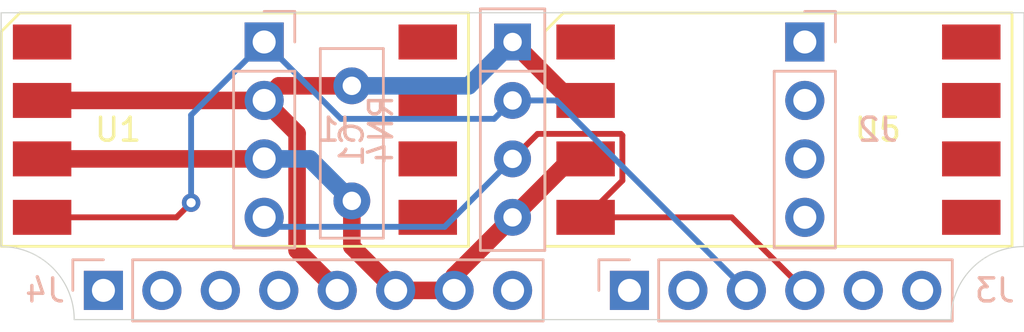
<source format=kicad_pcb>
(kicad_pcb (version 20171130) (host pcbnew "(5.1.9)-1")

  (general
    (thickness 1.6)
    (drawings 7)
    (tracks 43)
    (zones 0)
    (modules 8)
    (nets 5)
  )

  (page A4)
  (layers
    (0 F.Cu signal)
    (31 B.Cu signal)
    (32 B.Adhes user hide)
    (33 F.Adhes user hide)
    (34 B.Paste user)
    (35 F.Paste user)
    (36 B.SilkS user hide)
    (37 F.SilkS user)
    (38 B.Mask user)
    (39 F.Mask user)
    (40 Dwgs.User user hide)
    (41 Cmts.User user hide)
    (42 Eco1.User user hide)
    (43 Eco2.User user hide)
    (44 Edge.Cuts user)
    (45 Margin user hide)
    (46 B.CrtYd user)
    (47 F.CrtYd user)
    (48 B.Fab user hide)
    (49 F.Fab user hide)
  )

  (setup
    (last_trace_width 0.254)
    (user_trace_width 0.254)
    (user_trace_width 0.762)
    (trace_clearance 0.2)
    (zone_clearance 0.508)
    (zone_45_only no)
    (trace_min 0.2)
    (via_size 0.8)
    (via_drill 0.4)
    (via_min_size 0.4)
    (via_min_drill 0.3)
    (uvia_size 0.3)
    (uvia_drill 0.1)
    (uvias_allowed no)
    (uvia_min_size 0.2)
    (uvia_min_drill 0.1)
    (edge_width 0.05)
    (segment_width 0.2)
    (pcb_text_width 0.3)
    (pcb_text_size 1.5 1.5)
    (mod_edge_width 0.12)
    (mod_text_size 1 1)
    (mod_text_width 0.15)
    (pad_size 1.524 1.524)
    (pad_drill 0.762)
    (pad_to_mask_clearance 0)
    (aux_axis_origin 0 0)
    (visible_elements 7FFFFFFF)
    (pcbplotparams
      (layerselection 0x010ec_ffffffff)
      (usegerberextensions false)
      (usegerberattributes true)
      (usegerberadvancedattributes true)
      (creategerberjobfile true)
      (excludeedgelayer true)
      (linewidth 0.100000)
      (plotframeref false)
      (viasonmask false)
      (mode 1)
      (useauxorigin false)
      (hpglpennumber 1)
      (hpglpenspeed 20)
      (hpglpendiameter 15.000000)
      (psnegative false)
      (psa4output false)
      (plotreference true)
      (plotvalue true)
      (plotinvisibletext false)
      (padsonsilk false)
      (subtractmaskfromsilk false)
      (outputformat 1)
      (mirror false)
      (drillshape 0)
      (scaleselection 1)
      (outputdirectory ""))
  )

  (net 0 "")
  (net 1 "Net-(C1-Pad2)")
  (net 2 "Net-(C1-Pad1)")
  (net 3 "Net-(J1-Pad4)")
  (net 4 "Net-(J1-Pad1)")

  (net_class Default "This is the default net class."
    (clearance 0.2)
    (trace_width 0.25)
    (via_dia 0.8)
    (via_drill 0.4)
    (uvia_dia 0.3)
    (uvia_drill 0.1)
    (add_net "Net-(C1-Pad1)")
    (add_net "Net-(C1-Pad2)")
    (add_net "Net-(J1-Pad1)")
    (add_net "Net-(J1-Pad4)")
  )

  (module Resistor_THT:R_Array_SIP4 (layer B.Cu) (tedit 5A14249F) (tstamp 605D2A57)
    (at 114.935 59.055 270)
    (descr "4-pin Resistor SIP pack")
    (tags R)
    (path /6068061E)
    (fp_text reference RN4 (at 3.81 5.715 270) (layer B.SilkS)
      (effects (font (size 1 1) (thickness 0.15)) (justify mirror))
    )
    (fp_text value "100K DIVIDER" (at 5.08 -2.4 270) (layer B.Fab)
      (effects (font (size 1 1) (thickness 0.15)) (justify mirror))
    )
    (fp_line (start 9.35 1.65) (end -1.7 1.65) (layer B.CrtYd) (width 0.05))
    (fp_line (start 9.35 -1.65) (end 9.35 1.65) (layer B.CrtYd) (width 0.05))
    (fp_line (start -1.7 -1.65) (end 9.35 -1.65) (layer B.CrtYd) (width 0.05))
    (fp_line (start -1.7 1.65) (end -1.7 -1.65) (layer B.CrtYd) (width 0.05))
    (fp_line (start 1.27 1.4) (end 1.27 -1.4) (layer B.SilkS) (width 0.12))
    (fp_line (start 9.06 1.4) (end -1.44 1.4) (layer B.SilkS) (width 0.12))
    (fp_line (start 9.06 -1.4) (end 9.06 1.4) (layer B.SilkS) (width 0.12))
    (fp_line (start -1.44 -1.4) (end 9.06 -1.4) (layer B.SilkS) (width 0.12))
    (fp_line (start -1.44 1.4) (end -1.44 -1.4) (layer B.SilkS) (width 0.12))
    (fp_line (start 1.27 1.25) (end 1.27 -1.25) (layer B.Fab) (width 0.1))
    (fp_line (start 8.91 1.25) (end -1.29 1.25) (layer B.Fab) (width 0.1))
    (fp_line (start 8.91 -1.25) (end 8.91 1.25) (layer B.Fab) (width 0.1))
    (fp_line (start -1.29 -1.25) (end 8.91 -1.25) (layer B.Fab) (width 0.1))
    (fp_line (start -1.29 1.25) (end -1.29 -1.25) (layer B.Fab) (width 0.1))
    (fp_text user %R (at 3.81 0 270) (layer B.Fab)
      (effects (font (size 1 1) (thickness 0.15)) (justify mirror))
    )
    (pad 4 thru_hole oval (at 7.62 0 270) (size 1.6 1.6) (drill 0.8) (layers *.Cu *.Mask)
      (net 1 "Net-(C1-Pad2)"))
    (pad 3 thru_hole oval (at 5.08 0 270) (size 1.6 1.6) (drill 0.8) (layers *.Cu *.Mask)
      (net 3 "Net-(J1-Pad4)"))
    (pad 2 thru_hole oval (at 2.54 0 270) (size 1.6 1.6) (drill 0.8) (layers *.Cu *.Mask)
      (net 4 "Net-(J1-Pad1)"))
    (pad 1 thru_hole rect (at 0 0 270) (size 1.6 1.6) (drill 0.8) (layers *.Cu *.Mask)
      (net 2 "Net-(C1-Pad1)"))
    (model ${KISYS3DMOD}/Resistor_THT.3dshapes/R_Array_SIP4.wrl
      (at (xyz 0 0 0))
      (scale (xyz 1 1 1))
      (rotate (xyz 0 0 0))
    )
  )

  (module "IML parts:MPXV7007" (layer F.Cu) (tedit 5EBF4E2A) (tstamp 605D21C8)
    (at 126.49 62.865 270)
    (path /6065518A)
    (attr smd)
    (fp_text reference U5 (at 0 -4.32) (layer F.SilkS)
      (effects (font (size 1 1) (thickness 0.15)))
    )
    (fp_text value "WINCH PRESSURE SENSOR" (at 0 0 90) (layer F.Fab)
      (effects (font (size 1 1) (thickness 0.15)))
    )
    (fp_line (start -4.82 9.9) (end -4.82 -9.9) (layer F.CrtYd) (width 0.05))
    (fp_line (start 4.82 9.9) (end -4.82 9.9) (layer F.CrtYd) (width 0.05))
    (fp_line (start 4.82 -9.9) (end 4.82 9.9) (layer F.CrtYd) (width 0.05))
    (fp_line (start -4.82 -9.9) (end 4.82 -9.9) (layer F.CrtYd) (width 0.05))
    (fp_line (start 5.07 10.15) (end -4.27 10.15) (layer F.SilkS) (width 0.12))
    (fp_line (start 5.07 -10.15) (end 5.07 10.15) (layer F.SilkS) (width 0.12))
    (fp_line (start -5.07 -10.15) (end 5.07 -10.15) (layer F.SilkS) (width 0.12))
    (fp_line (start -5.07 9.35) (end -5.07 -10.15) (layer F.SilkS) (width 0.12))
    (fp_line (start -4.27 10.15) (end -5.07 9.35) (layer F.SilkS) (width 0.12))
    (pad 4 smd rect (at 3.81 8.38 270) (size 1.52 2.54) (layers F.Cu F.Paste F.Mask)
      (net 3 "Net-(J1-Pad4)"))
    (pad 5 smd rect (at 3.81 -8.38 270) (size 1.52 2.54) (layers F.Cu F.Paste F.Mask))
    (pad 3 smd rect (at 1.27 8.38 270) (size 1.52 2.54) (layers F.Cu F.Paste F.Mask)
      (net 1 "Net-(C1-Pad2)"))
    (pad 6 smd rect (at 1.27 -8.38 270) (size 1.52 2.54) (layers F.Cu F.Paste F.Mask))
    (pad 2 smd rect (at -1.27 8.38 270) (size 1.52 2.54) (layers F.Cu F.Paste F.Mask)
      (net 2 "Net-(C1-Pad1)"))
    (pad 7 smd rect (at -1.27 -8.38 270) (size 1.52 2.54) (layers F.Cu F.Paste F.Mask))
    (pad 1 smd rect (at -3.81 8.38 270) (size 1.52 2.54) (layers F.Cu F.Paste F.Mask))
    (pad 8 smd rect (at -3.81 -8.38 270) (size 1.52 2.54) (layers F.Cu F.Paste F.Mask))
  )

  (module "IML parts:MPXV7007" (layer F.Cu) (tedit 5EBF4E2A) (tstamp 605D21B3)
    (at 102.87 62.865 270)
    (path /6065426E)
    (attr smd)
    (fp_text reference U1 (at 0 5.08) (layer F.SilkS)
      (effects (font (size 1 1) (thickness 0.15)))
    )
    (fp_text value "HELM PRESSURE SENSOR" (at 0 0 90) (layer F.Fab)
      (effects (font (size 1 1) (thickness 0.15)))
    )
    (fp_line (start -4.82 9.9) (end -4.82 -9.9) (layer F.CrtYd) (width 0.05))
    (fp_line (start 4.82 9.9) (end -4.82 9.9) (layer F.CrtYd) (width 0.05))
    (fp_line (start 4.82 -9.9) (end 4.82 9.9) (layer F.CrtYd) (width 0.05))
    (fp_line (start -4.82 -9.9) (end 4.82 -9.9) (layer F.CrtYd) (width 0.05))
    (fp_line (start 5.07 10.15) (end -4.27 10.15) (layer F.SilkS) (width 0.12))
    (fp_line (start 5.07 -10.15) (end 5.07 10.15) (layer F.SilkS) (width 0.12))
    (fp_line (start -5.07 -10.15) (end 5.07 -10.15) (layer F.SilkS) (width 0.12))
    (fp_line (start -5.07 9.35) (end -5.07 -10.15) (layer F.SilkS) (width 0.12))
    (fp_line (start -4.27 10.15) (end -5.07 9.35) (layer F.SilkS) (width 0.12))
    (pad 4 smd rect (at 3.81 8.38 270) (size 1.52 2.54) (layers F.Cu F.Paste F.Mask)
      (net 4 "Net-(J1-Pad1)"))
    (pad 5 smd rect (at 3.81 -8.38 270) (size 1.52 2.54) (layers F.Cu F.Paste F.Mask))
    (pad 3 smd rect (at 1.27 8.38 270) (size 1.52 2.54) (layers F.Cu F.Paste F.Mask)
      (net 1 "Net-(C1-Pad2)"))
    (pad 6 smd rect (at 1.27 -8.38 270) (size 1.52 2.54) (layers F.Cu F.Paste F.Mask))
    (pad 2 smd rect (at -1.27 8.38 270) (size 1.52 2.54) (layers F.Cu F.Paste F.Mask)
      (net 2 "Net-(C1-Pad1)"))
    (pad 7 smd rect (at -1.27 -8.38 270) (size 1.52 2.54) (layers F.Cu F.Paste F.Mask))
    (pad 1 smd rect (at -3.81 8.38 270) (size 1.52 2.54) (layers F.Cu F.Paste F.Mask))
    (pad 8 smd rect (at -3.81 -8.38 270) (size 1.52 2.54) (layers F.Cu F.Paste F.Mask))
  )

  (module Connector_PinHeader_2.54mm:PinHeader_1x08_P2.54mm_Vertical (layer B.Cu) (tedit 59FED5CC) (tstamp 605D2185)
    (at 97.155 69.85 270)
    (descr "Through hole straight pin header, 1x08, 2.54mm pitch, single row")
    (tags "Through hole pin header THT 1x08 2.54mm single row")
    (path /60658885)
    (fp_text reference J4 (at 0 2.54 180) (layer B.SilkS)
      (effects (font (size 1 1) (thickness 0.15)) (justify mirror))
    )
    (fp_text value "ARDUINO POWER" (at 0 -20.11 270) (layer B.Fab)
      (effects (font (size 1 1) (thickness 0.15)) (justify mirror))
    )
    (fp_line (start 1.8 1.8) (end -1.8 1.8) (layer B.CrtYd) (width 0.05))
    (fp_line (start 1.8 -19.55) (end 1.8 1.8) (layer B.CrtYd) (width 0.05))
    (fp_line (start -1.8 -19.55) (end 1.8 -19.55) (layer B.CrtYd) (width 0.05))
    (fp_line (start -1.8 1.8) (end -1.8 -19.55) (layer B.CrtYd) (width 0.05))
    (fp_line (start -1.33 1.33) (end 0 1.33) (layer B.SilkS) (width 0.12))
    (fp_line (start -1.33 0) (end -1.33 1.33) (layer B.SilkS) (width 0.12))
    (fp_line (start -1.33 -1.27) (end 1.33 -1.27) (layer B.SilkS) (width 0.12))
    (fp_line (start 1.33 -1.27) (end 1.33 -19.11) (layer B.SilkS) (width 0.12))
    (fp_line (start -1.33 -1.27) (end -1.33 -19.11) (layer B.SilkS) (width 0.12))
    (fp_line (start -1.33 -19.11) (end 1.33 -19.11) (layer B.SilkS) (width 0.12))
    (fp_line (start -1.27 0.635) (end -0.635 1.27) (layer B.Fab) (width 0.1))
    (fp_line (start -1.27 -19.05) (end -1.27 0.635) (layer B.Fab) (width 0.1))
    (fp_line (start 1.27 -19.05) (end -1.27 -19.05) (layer B.Fab) (width 0.1))
    (fp_line (start 1.27 1.27) (end 1.27 -19.05) (layer B.Fab) (width 0.1))
    (fp_line (start -0.635 1.27) (end 1.27 1.27) (layer B.Fab) (width 0.1))
    (fp_text user %R (at 0 -8.89) (layer B.Fab)
      (effects (font (size 1 1) (thickness 0.15)) (justify mirror))
    )
    (pad 8 thru_hole oval (at 0 -17.78 270) (size 1.7 1.7) (drill 1) (layers *.Cu *.Mask))
    (pad 7 thru_hole oval (at 0 -15.24 270) (size 1.7 1.7) (drill 1) (layers *.Cu *.Mask)
      (net 1 "Net-(C1-Pad2)"))
    (pad 6 thru_hole oval (at 0 -12.7 270) (size 1.7 1.7) (drill 1) (layers *.Cu *.Mask)
      (net 1 "Net-(C1-Pad2)"))
    (pad 5 thru_hole oval (at 0 -10.16 270) (size 1.7 1.7) (drill 1) (layers *.Cu *.Mask)
      (net 2 "Net-(C1-Pad1)"))
    (pad 4 thru_hole oval (at 0 -7.62 270) (size 1.7 1.7) (drill 1) (layers *.Cu *.Mask))
    (pad 3 thru_hole oval (at 0 -5.08 270) (size 1.7 1.7) (drill 1) (layers *.Cu *.Mask))
    (pad 2 thru_hole oval (at 0 -2.54 270) (size 1.7 1.7) (drill 1) (layers *.Cu *.Mask))
    (pad 1 thru_hole rect (at 0 0 270) (size 1.7 1.7) (drill 1) (layers *.Cu *.Mask))
    (model ${KISYS3DMOD}/Connector_PinHeader_2.54mm.3dshapes/PinHeader_1x08_P2.54mm_Vertical.wrl
      (at (xyz 0 0 0))
      (scale (xyz 1 1 1))
      (rotate (xyz 0 0 0))
    )
  )

  (module Connector_PinHeader_2.54mm:PinHeader_1x06_P2.54mm_Vertical (layer B.Cu) (tedit 59FED5CC) (tstamp 605D2169)
    (at 120.015 69.85 270)
    (descr "Through hole straight pin header, 1x06, 2.54mm pitch, single row")
    (tags "Through hole pin header THT 1x06 2.54mm single row")
    (path /606592ED)
    (fp_text reference J3 (at 0 -15.875 180) (layer B.SilkS)
      (effects (font (size 1 1) (thickness 0.15)) (justify mirror))
    )
    (fp_text value "ARDUINO ANALOG" (at 0 -15.03 270) (layer B.Fab)
      (effects (font (size 1 1) (thickness 0.15)) (justify mirror))
    )
    (fp_line (start 1.8 1.8) (end -1.8 1.8) (layer B.CrtYd) (width 0.05))
    (fp_line (start 1.8 -14.5) (end 1.8 1.8) (layer B.CrtYd) (width 0.05))
    (fp_line (start -1.8 -14.5) (end 1.8 -14.5) (layer B.CrtYd) (width 0.05))
    (fp_line (start -1.8 1.8) (end -1.8 -14.5) (layer B.CrtYd) (width 0.05))
    (fp_line (start -1.33 1.33) (end 0 1.33) (layer B.SilkS) (width 0.12))
    (fp_line (start -1.33 0) (end -1.33 1.33) (layer B.SilkS) (width 0.12))
    (fp_line (start -1.33 -1.27) (end 1.33 -1.27) (layer B.SilkS) (width 0.12))
    (fp_line (start 1.33 -1.27) (end 1.33 -14.03) (layer B.SilkS) (width 0.12))
    (fp_line (start -1.33 -1.27) (end -1.33 -14.03) (layer B.SilkS) (width 0.12))
    (fp_line (start -1.33 -14.03) (end 1.33 -14.03) (layer B.SilkS) (width 0.12))
    (fp_line (start -1.27 0.635) (end -0.635 1.27) (layer B.Fab) (width 0.1))
    (fp_line (start -1.27 -13.97) (end -1.27 0.635) (layer B.Fab) (width 0.1))
    (fp_line (start 1.27 -13.97) (end -1.27 -13.97) (layer B.Fab) (width 0.1))
    (fp_line (start 1.27 1.27) (end 1.27 -13.97) (layer B.Fab) (width 0.1))
    (fp_line (start -0.635 1.27) (end 1.27 1.27) (layer B.Fab) (width 0.1))
    (fp_text user %R (at 0 -6.35) (layer B.Fab)
      (effects (font (size 1 1) (thickness 0.15)) (justify mirror))
    )
    (pad 6 thru_hole oval (at 0 -12.7 270) (size 1.7 1.7) (drill 1) (layers *.Cu *.Mask))
    (pad 5 thru_hole oval (at 0 -10.16 270) (size 1.7 1.7) (drill 1) (layers *.Cu *.Mask))
    (pad 4 thru_hole oval (at 0 -7.62 270) (size 1.7 1.7) (drill 1) (layers *.Cu *.Mask)
      (net 3 "Net-(J1-Pad4)"))
    (pad 3 thru_hole oval (at 0 -5.08 270) (size 1.7 1.7) (drill 1) (layers *.Cu *.Mask)
      (net 4 "Net-(J1-Pad1)"))
    (pad 2 thru_hole oval (at 0 -2.54 270) (size 1.7 1.7) (drill 1) (layers *.Cu *.Mask))
    (pad 1 thru_hole rect (at 0 0 270) (size 1.7 1.7) (drill 1) (layers *.Cu *.Mask))
    (model ${KISYS3DMOD}/Connector_PinHeader_2.54mm.3dshapes/PinHeader_1x06_P2.54mm_Vertical.wrl
      (at (xyz 0 0 0))
      (scale (xyz 1 1 1))
      (rotate (xyz 0 0 0))
    )
  )

  (module Connector_PinHeader_2.54mm:PinHeader_1x04_P2.54mm_Vertical (layer B.Cu) (tedit 59FED5CC) (tstamp 605D214F)
    (at 127.635 59.055 180)
    (descr "Through hole straight pin header, 1x04, 2.54mm pitch, single row")
    (tags "Through hole pin header THT 1x04 2.54mm single row")
    (path /60657F58)
    (fp_text reference J2 (at -3.175 -3.81) (layer B.SilkS)
      (effects (font (size 1 1) (thickness 0.15)) (justify mirror))
    )
    (fp_text value "NO FUNCTION" (at 0 -9.95) (layer B.Fab)
      (effects (font (size 1 1) (thickness 0.15)) (justify mirror))
    )
    (fp_line (start 1.8 1.8) (end -1.8 1.8) (layer B.CrtYd) (width 0.05))
    (fp_line (start 1.8 -9.4) (end 1.8 1.8) (layer B.CrtYd) (width 0.05))
    (fp_line (start -1.8 -9.4) (end 1.8 -9.4) (layer B.CrtYd) (width 0.05))
    (fp_line (start -1.8 1.8) (end -1.8 -9.4) (layer B.CrtYd) (width 0.05))
    (fp_line (start -1.33 1.33) (end 0 1.33) (layer B.SilkS) (width 0.12))
    (fp_line (start -1.33 0) (end -1.33 1.33) (layer B.SilkS) (width 0.12))
    (fp_line (start -1.33 -1.27) (end 1.33 -1.27) (layer B.SilkS) (width 0.12))
    (fp_line (start 1.33 -1.27) (end 1.33 -8.95) (layer B.SilkS) (width 0.12))
    (fp_line (start -1.33 -1.27) (end -1.33 -8.95) (layer B.SilkS) (width 0.12))
    (fp_line (start -1.33 -8.95) (end 1.33 -8.95) (layer B.SilkS) (width 0.12))
    (fp_line (start -1.27 0.635) (end -0.635 1.27) (layer B.Fab) (width 0.1))
    (fp_line (start -1.27 -8.89) (end -1.27 0.635) (layer B.Fab) (width 0.1))
    (fp_line (start 1.27 -8.89) (end -1.27 -8.89) (layer B.Fab) (width 0.1))
    (fp_line (start 1.27 1.27) (end 1.27 -8.89) (layer B.Fab) (width 0.1))
    (fp_line (start -0.635 1.27) (end 1.27 1.27) (layer B.Fab) (width 0.1))
    (fp_text user %R (at 0 -3.81 270) (layer B.Fab)
      (effects (font (size 1 1) (thickness 0.15)) (justify mirror))
    )
    (pad 4 thru_hole oval (at 0 -7.62 180) (size 1.7 1.7) (drill 1) (layers *.Cu *.Mask))
    (pad 3 thru_hole oval (at 0 -5.08 180) (size 1.7 1.7) (drill 1) (layers *.Cu *.Mask))
    (pad 2 thru_hole oval (at 0 -2.54 180) (size 1.7 1.7) (drill 1) (layers *.Cu *.Mask))
    (pad 1 thru_hole rect (at 0 0 180) (size 1.7 1.7) (drill 1) (layers *.Cu *.Mask))
    (model ${KISYS3DMOD}/Connector_PinHeader_2.54mm.3dshapes/PinHeader_1x04_P2.54mm_Vertical.wrl
      (at (xyz 0 0 0))
      (scale (xyz 1 1 1))
      (rotate (xyz 0 0 0))
    )
  )

  (module Connector_PinHeader_2.54mm:PinHeader_1x04_P2.54mm_Vertical (layer B.Cu) (tedit 59FED5CC) (tstamp 605D2137)
    (at 104.14 59.055 180)
    (descr "Through hole straight pin header, 1x04, 2.54mm pitch, single row")
    (tags "Through hole pin header THT 1x04 2.54mm single row")
    (path /606583C1)
    (fp_text reference J1 (at -3.175 -3.81) (layer B.SilkS)
      (effects (font (size 1 1) (thickness 0.15)) (justify mirror))
    )
    (fp_text value "PIN HEADER" (at 0 -9.95) (layer B.Fab)
      (effects (font (size 1 1) (thickness 0.15)) (justify mirror))
    )
    (fp_line (start 1.8 1.8) (end -1.8 1.8) (layer B.CrtYd) (width 0.05))
    (fp_line (start 1.8 -9.4) (end 1.8 1.8) (layer B.CrtYd) (width 0.05))
    (fp_line (start -1.8 -9.4) (end 1.8 -9.4) (layer B.CrtYd) (width 0.05))
    (fp_line (start -1.8 1.8) (end -1.8 -9.4) (layer B.CrtYd) (width 0.05))
    (fp_line (start -1.33 1.33) (end 0 1.33) (layer B.SilkS) (width 0.12))
    (fp_line (start -1.33 0) (end -1.33 1.33) (layer B.SilkS) (width 0.12))
    (fp_line (start -1.33 -1.27) (end 1.33 -1.27) (layer B.SilkS) (width 0.12))
    (fp_line (start 1.33 -1.27) (end 1.33 -8.95) (layer B.SilkS) (width 0.12))
    (fp_line (start -1.33 -1.27) (end -1.33 -8.95) (layer B.SilkS) (width 0.12))
    (fp_line (start -1.33 -8.95) (end 1.33 -8.95) (layer B.SilkS) (width 0.12))
    (fp_line (start -1.27 0.635) (end -0.635 1.27) (layer B.Fab) (width 0.1))
    (fp_line (start -1.27 -8.89) (end -1.27 0.635) (layer B.Fab) (width 0.1))
    (fp_line (start 1.27 -8.89) (end -1.27 -8.89) (layer B.Fab) (width 0.1))
    (fp_line (start 1.27 1.27) (end 1.27 -8.89) (layer B.Fab) (width 0.1))
    (fp_line (start -0.635 1.27) (end 1.27 1.27) (layer B.Fab) (width 0.1))
    (fp_text user %R (at 0 -3.81 270) (layer B.Fab)
      (effects (font (size 1 1) (thickness 0.15)) (justify mirror))
    )
    (pad 4 thru_hole oval (at 0 -7.62 180) (size 1.7 1.7) (drill 1) (layers *.Cu *.Mask)
      (net 3 "Net-(J1-Pad4)"))
    (pad 3 thru_hole oval (at 0 -5.08 180) (size 1.7 1.7) (drill 1) (layers *.Cu *.Mask)
      (net 1 "Net-(C1-Pad2)"))
    (pad 2 thru_hole oval (at 0 -2.54 180) (size 1.7 1.7) (drill 1) (layers *.Cu *.Mask)
      (net 2 "Net-(C1-Pad1)"))
    (pad 1 thru_hole rect (at 0 0 180) (size 1.7 1.7) (drill 1) (layers *.Cu *.Mask)
      (net 4 "Net-(J1-Pad1)"))
    (model ${KISYS3DMOD}/Connector_PinHeader_2.54mm.3dshapes/PinHeader_1x04_P2.54mm_Vertical.wrl
      (at (xyz 0 0 0))
      (scale (xyz 1 1 1))
      (rotate (xyz 0 0 0))
    )
  )

  (module Capacitor_THT:C_Disc_D8.0mm_W2.5mm_P5.00mm (layer B.Cu) (tedit 5AE50EF0) (tstamp 605D211F)
    (at 107.95 60.96 270)
    (descr "C, Disc series, Radial, pin pitch=5.00mm, , diameter*width=8*2.5mm^2, Capacitor, http://cdn-reichelt.de/documents/datenblatt/B300/DS_KERKO_TC.pdf")
    (tags "C Disc series Radial pin pitch 5.00mm  diameter 8mm width 2.5mm Capacitor")
    (path /60659A45)
    (fp_text reference C1 (at 2.54 0 270) (layer B.SilkS)
      (effects (font (size 1 1) (thickness 0.15)) (justify mirror))
    )
    (fp_text value "47uF 50V" (at 2.5 -2.5 270) (layer B.Fab)
      (effects (font (size 1 1) (thickness 0.15)) (justify mirror))
    )
    (fp_line (start 6.75 1.5) (end -1.75 1.5) (layer B.CrtYd) (width 0.05))
    (fp_line (start 6.75 -1.5) (end 6.75 1.5) (layer B.CrtYd) (width 0.05))
    (fp_line (start -1.75 -1.5) (end 6.75 -1.5) (layer B.CrtYd) (width 0.05))
    (fp_line (start -1.75 1.5) (end -1.75 -1.5) (layer B.CrtYd) (width 0.05))
    (fp_line (start 6.62 1.37) (end 6.62 -1.37) (layer B.SilkS) (width 0.12))
    (fp_line (start -1.62 1.37) (end -1.62 -1.37) (layer B.SilkS) (width 0.12))
    (fp_line (start -1.62 -1.37) (end 6.62 -1.37) (layer B.SilkS) (width 0.12))
    (fp_line (start -1.62 1.37) (end 6.62 1.37) (layer B.SilkS) (width 0.12))
    (fp_line (start 6.5 1.25) (end -1.5 1.25) (layer B.Fab) (width 0.1))
    (fp_line (start 6.5 -1.25) (end 6.5 1.25) (layer B.Fab) (width 0.1))
    (fp_line (start -1.5 -1.25) (end 6.5 -1.25) (layer B.Fab) (width 0.1))
    (fp_line (start -1.5 1.25) (end -1.5 -1.25) (layer B.Fab) (width 0.1))
    (fp_text user %R (at 2.5 0 270) (layer B.Fab)
      (effects (font (size 1 1) (thickness 0.15)) (justify mirror))
    )
    (pad 2 thru_hole circle (at 5 0 270) (size 1.6 1.6) (drill 0.8) (layers *.Cu *.Mask)
      (net 1 "Net-(C1-Pad2)"))
    (pad 1 thru_hole circle (at 0 0 270) (size 1.6 1.6) (drill 0.8) (layers *.Cu *.Mask)
      (net 2 "Net-(C1-Pad1)"))
    (model ${KISYS3DMOD}/Capacitor_THT.3dshapes/C_Disc_D8.0mm_W2.5mm_P5.00mm.wrl
      (at (xyz 0 0 0))
      (scale (xyz 1 1 1))
      (rotate (xyz 0 0 0))
    )
  )

  (gr_line (start 92.71 57.785) (end 92.71 67.945) (layer Edge.Cuts) (width 0.05) (tstamp 605D3448))
  (gr_arc (start 92.71 71.12) (end 95.885 71.12) (angle -90) (layer Edge.Cuts) (width 0.05))
  (gr_arc (start 137.16 71.12) (end 137.16 67.945) (angle -90) (layer Edge.Cuts) (width 0.05))
  (dimension 13.335 (width 0.15) (layer Dwgs.User)
    (gr_text "0.5250 in" (at 135.86 64.4525 270) (layer Dwgs.User)
      (effects (font (size 1 1) (thickness 0.15)))
    )
    (feature1 (pts (xy 137.16 71.12) (xy 136.573579 71.12)))
    (feature2 (pts (xy 137.16 57.785) (xy 136.573579 57.785)))
    (crossbar (pts (xy 137.16 57.785) (xy 137.16 71.12)))
    (arrow1a (pts (xy 137.16 71.12) (xy 136.573579 69.993496)))
    (arrow1b (pts (xy 137.16 71.12) (xy 137.746421 69.993496)))
    (arrow2a (pts (xy 137.16 57.785) (xy 136.573579 58.911504)))
    (arrow2b (pts (xy 137.16 57.785) (xy 137.746421 58.911504)))
  )
  (gr_line (start 92.71 57.785) (end 137.16 57.785) (layer Edge.Cuts) (width 0.05) (tstamp 605D3125))
  (gr_line (start 133.985 71.12) (end 95.885 71.12) (layer Edge.Cuts) (width 0.05))
  (gr_line (start 137.16 57.785) (end 137.16 67.945) (layer Edge.Cuts) (width 0.05))

  (segment (start 112.395 69.85) (end 109.855 69.85) (width 0.762) (layer F.Cu) (net 1))
  (segment (start 107.95 67.945) (end 107.95 65.96) (width 0.762) (layer F.Cu) (net 1))
  (segment (start 109.855 69.85) (end 107.95 67.945) (width 0.762) (layer F.Cu) (net 1))
  (segment (start 104.14 64.135) (end 94.49 64.135) (width 0.762) (layer F.Cu) (net 1))
  (segment (start 112.395 69.215) (end 114.935 66.675) (width 0.762) (layer F.Cu) (net 1))
  (segment (start 112.395 69.85) (end 112.395 69.215) (width 0.762) (layer F.Cu) (net 1))
  (segment (start 117.475 64.135) (end 118.11 64.135) (width 0.762) (layer F.Cu) (net 1))
  (segment (start 114.935 66.675) (end 117.475 64.135) (width 0.762) (layer F.Cu) (net 1))
  (segment (start 106.125 64.135) (end 107.95 65.96) (width 0.762) (layer B.Cu) (net 1))
  (segment (start 104.14 64.135) (end 106.125 64.135) (width 0.762) (layer B.Cu) (net 1))
  (segment (start 105.571001 63.026001) (end 104.14 61.595) (width 0.762) (layer F.Cu) (net 2))
  (segment (start 105.571001 68.106001) (end 105.571001 63.026001) (width 0.762) (layer F.Cu) (net 2))
  (segment (start 107.315 69.85) (end 105.571001 68.106001) (width 0.762) (layer F.Cu) (net 2))
  (segment (start 104.775 60.96) (end 104.14 61.595) (width 0.762) (layer F.Cu) (net 2))
  (segment (start 107.95 60.96) (end 104.775 60.96) (width 0.762) (layer F.Cu) (net 2))
  (segment (start 113.03 60.96) (end 114.935 59.055) (width 0.762) (layer B.Cu) (net 2))
  (segment (start 107.95 60.96) (end 113.03 60.96) (width 0.762) (layer B.Cu) (net 2))
  (segment (start 117.475 61.595) (end 118.11 61.595) (width 0.762) (layer F.Cu) (net 2))
  (segment (start 114.935 59.055) (end 117.475 61.595) (width 0.762) (layer F.Cu) (net 2))
  (segment (start 104.14 61.595) (end 94.49 61.595) (width 0.762) (layer F.Cu) (net 2))
  (segment (start 111.982999 67.087001) (end 114.935 64.135) (width 0.254) (layer B.Cu) (net 3))
  (segment (start 104.552001 67.087001) (end 111.982999 67.087001) (width 0.254) (layer B.Cu) (net 3))
  (segment (start 104.14 66.675) (end 104.552001 67.087001) (width 0.254) (layer B.Cu) (net 3))
  (segment (start 119.707001 65.077999) (end 118.11 66.675) (width 0.254) (layer F.Cu) (net 3))
  (segment (start 119.707001 63.113399) (end 119.707001 65.077999) (width 0.254) (layer F.Cu) (net 3))
  (segment (start 119.641601 63.047999) (end 119.707001 63.113399) (width 0.254) (layer F.Cu) (net 3))
  (segment (start 116.022001 63.047999) (end 119.641601 63.047999) (width 0.254) (layer F.Cu) (net 3))
  (segment (start 114.935 64.135) (end 116.022001 63.047999) (width 0.254) (layer F.Cu) (net 3))
  (segment (start 124.46 66.675) (end 127.635 69.85) (width 0.254) (layer F.Cu) (net 3))
  (segment (start 118.11 66.675) (end 124.46 66.675) (width 0.254) (layer F.Cu) (net 3))
  (segment (start 116.84 61.595) (end 114.935 61.595) (width 0.254) (layer B.Cu) (net 4))
  (segment (start 125.095 69.85) (end 116.84 61.595) (width 0.254) (layer B.Cu) (net 4))
  (segment (start 107.479999 62.394999) (end 104.14 59.055) (width 0.254) (layer B.Cu) (net 4))
  (segment (start 114.135001 62.394999) (end 107.479999 62.394999) (width 0.254) (layer B.Cu) (net 4))
  (segment (start 114.935 61.595) (end 114.135001 62.394999) (width 0.254) (layer B.Cu) (net 4))
  (segment (start 94.49 66.675) (end 100.33 66.675) (width 0.254) (layer F.Cu) (net 4))
  (segment (start 100.33 66.675) (end 100.965 66.04) (width 0.254) (layer F.Cu) (net 4))
  (segment (start 100.965 66.04) (end 100.965 66.04) (width 0.254) (layer F.Cu) (net 4) (tstamp 605D3544))
  (via (at 100.965 66.04) (size 0.8) (drill 0.4) (layers F.Cu B.Cu) (net 4))
  (segment (start 104.14 59.055) (end 104.14 59.055) (width 0.254) (layer B.Cu) (net 4) (tstamp 605D3546))
  (via (at 104.14 59.055) (size 0.8) (drill 0.4) (layers F.Cu B.Cu) (net 4))
  (segment (start 100.965 62.23) (end 104.14 59.055) (width 0.254) (layer B.Cu) (net 4))
  (segment (start 100.965 66.04) (end 100.965 62.23) (width 0.254) (layer B.Cu) (net 4))

)

</source>
